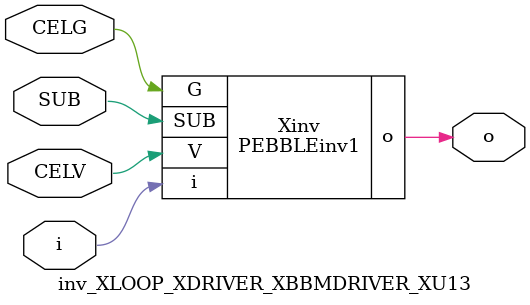
<source format=v>



module PEBBLEinv1 ( o, G, SUB, V, i );

  input V;
  input i;
  input G;
  output o;
  input SUB;
endmodule

//Celera Confidential Do Not Copy inv_XLOOP_XDRIVER_XBBMDRIVER_XU13
//Celera Confidential Symbol Generator
//5V Inverter
module inv_XLOOP_XDRIVER_XBBMDRIVER_XU13 (CELV,CELG,i,o,SUB);
input CELV;
input CELG;
input i;
input SUB;
output o;

//Celera Confidential Do Not Copy inv
PEBBLEinv1 Xinv(
.V (CELV),
.i (i),
.o (o),
.SUB (SUB),
.G (CELG)
);
//,diesize,PEBBLEinv1

//Celera Confidential Do Not Copy Module End
//Celera Schematic Generator
endmodule

</source>
